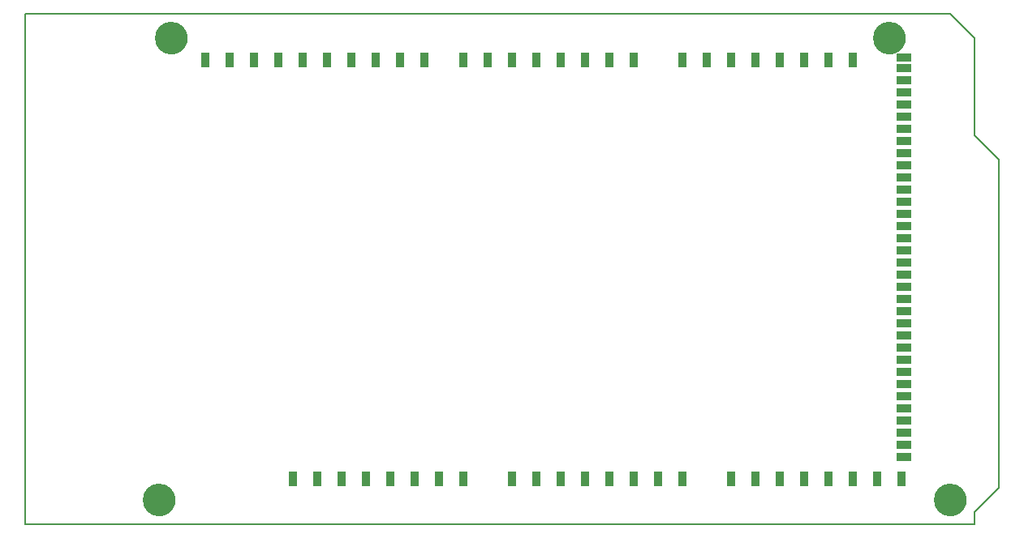
<source format=gbs>
G75*
%MOIN*%
%OFA0B0*%
%FSLAX25Y25*%
%IPPOS*%
%LPD*%
%AMOC8*
5,1,8,0,0,1.08239X$1,22.5*
%
%ADD10C,0.00800*%
%ADD11R,0.03600X0.06400*%
%ADD12R,0.06400X0.03600*%
%ADD13C,0.00000*%
%ADD14C,0.13398*%
D10*
X0005000Y0005000D02*
X0005000Y0215000D01*
X0385000Y0215000D01*
X0395000Y0205000D01*
X0395000Y0165000D01*
X0405000Y0155000D01*
X0405000Y0020000D01*
X0395000Y0010000D01*
X0395000Y0005000D01*
X0005000Y0005000D01*
D11*
X0115000Y0023555D03*
X0125000Y0023555D03*
X0135000Y0023555D03*
X0145000Y0023555D03*
X0155000Y0023555D03*
X0165000Y0023555D03*
X0175000Y0023555D03*
X0185000Y0023555D03*
X0205000Y0023555D03*
X0215000Y0023555D03*
X0225000Y0023555D03*
X0235000Y0023555D03*
X0245000Y0023555D03*
X0255000Y0023555D03*
X0265000Y0023555D03*
X0275000Y0023555D03*
X0295000Y0023555D03*
X0305000Y0023555D03*
X0315000Y0023555D03*
X0325000Y0023555D03*
X0335000Y0023555D03*
X0345000Y0023555D03*
X0355000Y0023555D03*
X0365000Y0023555D03*
X0345000Y0195945D03*
X0335000Y0195945D03*
X0325000Y0195945D03*
X0315000Y0195945D03*
X0305000Y0195945D03*
X0295000Y0195945D03*
X0285000Y0195945D03*
X0275000Y0195945D03*
X0255000Y0195945D03*
X0245000Y0195945D03*
X0235000Y0195945D03*
X0225000Y0195945D03*
X0215000Y0195945D03*
X0205000Y0195945D03*
X0195000Y0195945D03*
X0185000Y0195945D03*
X0169000Y0195945D03*
X0159000Y0195945D03*
X0149000Y0195945D03*
X0139000Y0195945D03*
X0129000Y0195945D03*
X0119000Y0195945D03*
X0109000Y0195945D03*
X0099000Y0195945D03*
X0089000Y0195945D03*
X0079000Y0195945D03*
D12*
X0365900Y0197000D03*
X0365900Y0192500D03*
X0365900Y0187500D03*
X0365900Y0182500D03*
X0365900Y0177500D03*
X0365900Y0172500D03*
X0365900Y0167500D03*
X0365900Y0162500D03*
X0365900Y0157500D03*
X0365900Y0152500D03*
X0365900Y0147500D03*
X0365900Y0142500D03*
X0365900Y0137500D03*
X0365900Y0132500D03*
X0365900Y0127500D03*
X0365900Y0122500D03*
X0365900Y0117500D03*
X0365900Y0112500D03*
X0365900Y0107500D03*
X0365900Y0102500D03*
X0365900Y0097500D03*
X0365900Y0092500D03*
X0365900Y0087500D03*
X0365900Y0082500D03*
X0365900Y0077500D03*
X0365900Y0072500D03*
X0365900Y0067500D03*
X0365900Y0062500D03*
X0365900Y0057500D03*
X0365900Y0052500D03*
X0365900Y0047500D03*
X0365900Y0042500D03*
X0365900Y0037500D03*
X0365900Y0032500D03*
D13*
X0378701Y0015000D02*
X0378703Y0015158D01*
X0378709Y0015316D01*
X0378719Y0015474D01*
X0378733Y0015632D01*
X0378751Y0015789D01*
X0378772Y0015946D01*
X0378798Y0016102D01*
X0378828Y0016258D01*
X0378861Y0016413D01*
X0378899Y0016566D01*
X0378940Y0016719D01*
X0378985Y0016871D01*
X0379034Y0017022D01*
X0379087Y0017171D01*
X0379143Y0017319D01*
X0379203Y0017465D01*
X0379267Y0017610D01*
X0379335Y0017753D01*
X0379406Y0017895D01*
X0379480Y0018035D01*
X0379558Y0018172D01*
X0379640Y0018308D01*
X0379724Y0018442D01*
X0379813Y0018573D01*
X0379904Y0018702D01*
X0379999Y0018829D01*
X0380096Y0018954D01*
X0380197Y0019076D01*
X0380301Y0019195D01*
X0380408Y0019312D01*
X0380518Y0019426D01*
X0380631Y0019537D01*
X0380746Y0019646D01*
X0380864Y0019751D01*
X0380985Y0019853D01*
X0381108Y0019953D01*
X0381234Y0020049D01*
X0381362Y0020142D01*
X0381492Y0020232D01*
X0381625Y0020318D01*
X0381760Y0020402D01*
X0381896Y0020481D01*
X0382035Y0020558D01*
X0382176Y0020630D01*
X0382318Y0020700D01*
X0382462Y0020765D01*
X0382608Y0020827D01*
X0382755Y0020885D01*
X0382904Y0020940D01*
X0383054Y0020991D01*
X0383205Y0021038D01*
X0383357Y0021081D01*
X0383510Y0021120D01*
X0383665Y0021156D01*
X0383820Y0021187D01*
X0383976Y0021215D01*
X0384132Y0021239D01*
X0384289Y0021259D01*
X0384447Y0021275D01*
X0384604Y0021287D01*
X0384763Y0021295D01*
X0384921Y0021299D01*
X0385079Y0021299D01*
X0385237Y0021295D01*
X0385396Y0021287D01*
X0385553Y0021275D01*
X0385711Y0021259D01*
X0385868Y0021239D01*
X0386024Y0021215D01*
X0386180Y0021187D01*
X0386335Y0021156D01*
X0386490Y0021120D01*
X0386643Y0021081D01*
X0386795Y0021038D01*
X0386946Y0020991D01*
X0387096Y0020940D01*
X0387245Y0020885D01*
X0387392Y0020827D01*
X0387538Y0020765D01*
X0387682Y0020700D01*
X0387824Y0020630D01*
X0387965Y0020558D01*
X0388104Y0020481D01*
X0388240Y0020402D01*
X0388375Y0020318D01*
X0388508Y0020232D01*
X0388638Y0020142D01*
X0388766Y0020049D01*
X0388892Y0019953D01*
X0389015Y0019853D01*
X0389136Y0019751D01*
X0389254Y0019646D01*
X0389369Y0019537D01*
X0389482Y0019426D01*
X0389592Y0019312D01*
X0389699Y0019195D01*
X0389803Y0019076D01*
X0389904Y0018954D01*
X0390001Y0018829D01*
X0390096Y0018702D01*
X0390187Y0018573D01*
X0390276Y0018442D01*
X0390360Y0018308D01*
X0390442Y0018172D01*
X0390520Y0018035D01*
X0390594Y0017895D01*
X0390665Y0017753D01*
X0390733Y0017610D01*
X0390797Y0017465D01*
X0390857Y0017319D01*
X0390913Y0017171D01*
X0390966Y0017022D01*
X0391015Y0016871D01*
X0391060Y0016719D01*
X0391101Y0016566D01*
X0391139Y0016413D01*
X0391172Y0016258D01*
X0391202Y0016102D01*
X0391228Y0015946D01*
X0391249Y0015789D01*
X0391267Y0015632D01*
X0391281Y0015474D01*
X0391291Y0015316D01*
X0391297Y0015158D01*
X0391299Y0015000D01*
X0391297Y0014842D01*
X0391291Y0014684D01*
X0391281Y0014526D01*
X0391267Y0014368D01*
X0391249Y0014211D01*
X0391228Y0014054D01*
X0391202Y0013898D01*
X0391172Y0013742D01*
X0391139Y0013587D01*
X0391101Y0013434D01*
X0391060Y0013281D01*
X0391015Y0013129D01*
X0390966Y0012978D01*
X0390913Y0012829D01*
X0390857Y0012681D01*
X0390797Y0012535D01*
X0390733Y0012390D01*
X0390665Y0012247D01*
X0390594Y0012105D01*
X0390520Y0011965D01*
X0390442Y0011828D01*
X0390360Y0011692D01*
X0390276Y0011558D01*
X0390187Y0011427D01*
X0390096Y0011298D01*
X0390001Y0011171D01*
X0389904Y0011046D01*
X0389803Y0010924D01*
X0389699Y0010805D01*
X0389592Y0010688D01*
X0389482Y0010574D01*
X0389369Y0010463D01*
X0389254Y0010354D01*
X0389136Y0010249D01*
X0389015Y0010147D01*
X0388892Y0010047D01*
X0388766Y0009951D01*
X0388638Y0009858D01*
X0388508Y0009768D01*
X0388375Y0009682D01*
X0388240Y0009598D01*
X0388104Y0009519D01*
X0387965Y0009442D01*
X0387824Y0009370D01*
X0387682Y0009300D01*
X0387538Y0009235D01*
X0387392Y0009173D01*
X0387245Y0009115D01*
X0387096Y0009060D01*
X0386946Y0009009D01*
X0386795Y0008962D01*
X0386643Y0008919D01*
X0386490Y0008880D01*
X0386335Y0008844D01*
X0386180Y0008813D01*
X0386024Y0008785D01*
X0385868Y0008761D01*
X0385711Y0008741D01*
X0385553Y0008725D01*
X0385396Y0008713D01*
X0385237Y0008705D01*
X0385079Y0008701D01*
X0384921Y0008701D01*
X0384763Y0008705D01*
X0384604Y0008713D01*
X0384447Y0008725D01*
X0384289Y0008741D01*
X0384132Y0008761D01*
X0383976Y0008785D01*
X0383820Y0008813D01*
X0383665Y0008844D01*
X0383510Y0008880D01*
X0383357Y0008919D01*
X0383205Y0008962D01*
X0383054Y0009009D01*
X0382904Y0009060D01*
X0382755Y0009115D01*
X0382608Y0009173D01*
X0382462Y0009235D01*
X0382318Y0009300D01*
X0382176Y0009370D01*
X0382035Y0009442D01*
X0381896Y0009519D01*
X0381760Y0009598D01*
X0381625Y0009682D01*
X0381492Y0009768D01*
X0381362Y0009858D01*
X0381234Y0009951D01*
X0381108Y0010047D01*
X0380985Y0010147D01*
X0380864Y0010249D01*
X0380746Y0010354D01*
X0380631Y0010463D01*
X0380518Y0010574D01*
X0380408Y0010688D01*
X0380301Y0010805D01*
X0380197Y0010924D01*
X0380096Y0011046D01*
X0379999Y0011171D01*
X0379904Y0011298D01*
X0379813Y0011427D01*
X0379724Y0011558D01*
X0379640Y0011692D01*
X0379558Y0011828D01*
X0379480Y0011965D01*
X0379406Y0012105D01*
X0379335Y0012247D01*
X0379267Y0012390D01*
X0379203Y0012535D01*
X0379143Y0012681D01*
X0379087Y0012829D01*
X0379034Y0012978D01*
X0378985Y0013129D01*
X0378940Y0013281D01*
X0378899Y0013434D01*
X0378861Y0013587D01*
X0378828Y0013742D01*
X0378798Y0013898D01*
X0378772Y0014054D01*
X0378751Y0014211D01*
X0378733Y0014368D01*
X0378719Y0014526D01*
X0378709Y0014684D01*
X0378703Y0014842D01*
X0378701Y0015000D01*
X0053701Y0015000D02*
X0053703Y0015158D01*
X0053709Y0015316D01*
X0053719Y0015474D01*
X0053733Y0015632D01*
X0053751Y0015789D01*
X0053772Y0015946D01*
X0053798Y0016102D01*
X0053828Y0016258D01*
X0053861Y0016413D01*
X0053899Y0016566D01*
X0053940Y0016719D01*
X0053985Y0016871D01*
X0054034Y0017022D01*
X0054087Y0017171D01*
X0054143Y0017319D01*
X0054203Y0017465D01*
X0054267Y0017610D01*
X0054335Y0017753D01*
X0054406Y0017895D01*
X0054480Y0018035D01*
X0054558Y0018172D01*
X0054640Y0018308D01*
X0054724Y0018442D01*
X0054813Y0018573D01*
X0054904Y0018702D01*
X0054999Y0018829D01*
X0055096Y0018954D01*
X0055197Y0019076D01*
X0055301Y0019195D01*
X0055408Y0019312D01*
X0055518Y0019426D01*
X0055631Y0019537D01*
X0055746Y0019646D01*
X0055864Y0019751D01*
X0055985Y0019853D01*
X0056108Y0019953D01*
X0056234Y0020049D01*
X0056362Y0020142D01*
X0056492Y0020232D01*
X0056625Y0020318D01*
X0056760Y0020402D01*
X0056896Y0020481D01*
X0057035Y0020558D01*
X0057176Y0020630D01*
X0057318Y0020700D01*
X0057462Y0020765D01*
X0057608Y0020827D01*
X0057755Y0020885D01*
X0057904Y0020940D01*
X0058054Y0020991D01*
X0058205Y0021038D01*
X0058357Y0021081D01*
X0058510Y0021120D01*
X0058665Y0021156D01*
X0058820Y0021187D01*
X0058976Y0021215D01*
X0059132Y0021239D01*
X0059289Y0021259D01*
X0059447Y0021275D01*
X0059604Y0021287D01*
X0059763Y0021295D01*
X0059921Y0021299D01*
X0060079Y0021299D01*
X0060237Y0021295D01*
X0060396Y0021287D01*
X0060553Y0021275D01*
X0060711Y0021259D01*
X0060868Y0021239D01*
X0061024Y0021215D01*
X0061180Y0021187D01*
X0061335Y0021156D01*
X0061490Y0021120D01*
X0061643Y0021081D01*
X0061795Y0021038D01*
X0061946Y0020991D01*
X0062096Y0020940D01*
X0062245Y0020885D01*
X0062392Y0020827D01*
X0062538Y0020765D01*
X0062682Y0020700D01*
X0062824Y0020630D01*
X0062965Y0020558D01*
X0063104Y0020481D01*
X0063240Y0020402D01*
X0063375Y0020318D01*
X0063508Y0020232D01*
X0063638Y0020142D01*
X0063766Y0020049D01*
X0063892Y0019953D01*
X0064015Y0019853D01*
X0064136Y0019751D01*
X0064254Y0019646D01*
X0064369Y0019537D01*
X0064482Y0019426D01*
X0064592Y0019312D01*
X0064699Y0019195D01*
X0064803Y0019076D01*
X0064904Y0018954D01*
X0065001Y0018829D01*
X0065096Y0018702D01*
X0065187Y0018573D01*
X0065276Y0018442D01*
X0065360Y0018308D01*
X0065442Y0018172D01*
X0065520Y0018035D01*
X0065594Y0017895D01*
X0065665Y0017753D01*
X0065733Y0017610D01*
X0065797Y0017465D01*
X0065857Y0017319D01*
X0065913Y0017171D01*
X0065966Y0017022D01*
X0066015Y0016871D01*
X0066060Y0016719D01*
X0066101Y0016566D01*
X0066139Y0016413D01*
X0066172Y0016258D01*
X0066202Y0016102D01*
X0066228Y0015946D01*
X0066249Y0015789D01*
X0066267Y0015632D01*
X0066281Y0015474D01*
X0066291Y0015316D01*
X0066297Y0015158D01*
X0066299Y0015000D01*
X0066297Y0014842D01*
X0066291Y0014684D01*
X0066281Y0014526D01*
X0066267Y0014368D01*
X0066249Y0014211D01*
X0066228Y0014054D01*
X0066202Y0013898D01*
X0066172Y0013742D01*
X0066139Y0013587D01*
X0066101Y0013434D01*
X0066060Y0013281D01*
X0066015Y0013129D01*
X0065966Y0012978D01*
X0065913Y0012829D01*
X0065857Y0012681D01*
X0065797Y0012535D01*
X0065733Y0012390D01*
X0065665Y0012247D01*
X0065594Y0012105D01*
X0065520Y0011965D01*
X0065442Y0011828D01*
X0065360Y0011692D01*
X0065276Y0011558D01*
X0065187Y0011427D01*
X0065096Y0011298D01*
X0065001Y0011171D01*
X0064904Y0011046D01*
X0064803Y0010924D01*
X0064699Y0010805D01*
X0064592Y0010688D01*
X0064482Y0010574D01*
X0064369Y0010463D01*
X0064254Y0010354D01*
X0064136Y0010249D01*
X0064015Y0010147D01*
X0063892Y0010047D01*
X0063766Y0009951D01*
X0063638Y0009858D01*
X0063508Y0009768D01*
X0063375Y0009682D01*
X0063240Y0009598D01*
X0063104Y0009519D01*
X0062965Y0009442D01*
X0062824Y0009370D01*
X0062682Y0009300D01*
X0062538Y0009235D01*
X0062392Y0009173D01*
X0062245Y0009115D01*
X0062096Y0009060D01*
X0061946Y0009009D01*
X0061795Y0008962D01*
X0061643Y0008919D01*
X0061490Y0008880D01*
X0061335Y0008844D01*
X0061180Y0008813D01*
X0061024Y0008785D01*
X0060868Y0008761D01*
X0060711Y0008741D01*
X0060553Y0008725D01*
X0060396Y0008713D01*
X0060237Y0008705D01*
X0060079Y0008701D01*
X0059921Y0008701D01*
X0059763Y0008705D01*
X0059604Y0008713D01*
X0059447Y0008725D01*
X0059289Y0008741D01*
X0059132Y0008761D01*
X0058976Y0008785D01*
X0058820Y0008813D01*
X0058665Y0008844D01*
X0058510Y0008880D01*
X0058357Y0008919D01*
X0058205Y0008962D01*
X0058054Y0009009D01*
X0057904Y0009060D01*
X0057755Y0009115D01*
X0057608Y0009173D01*
X0057462Y0009235D01*
X0057318Y0009300D01*
X0057176Y0009370D01*
X0057035Y0009442D01*
X0056896Y0009519D01*
X0056760Y0009598D01*
X0056625Y0009682D01*
X0056492Y0009768D01*
X0056362Y0009858D01*
X0056234Y0009951D01*
X0056108Y0010047D01*
X0055985Y0010147D01*
X0055864Y0010249D01*
X0055746Y0010354D01*
X0055631Y0010463D01*
X0055518Y0010574D01*
X0055408Y0010688D01*
X0055301Y0010805D01*
X0055197Y0010924D01*
X0055096Y0011046D01*
X0054999Y0011171D01*
X0054904Y0011298D01*
X0054813Y0011427D01*
X0054724Y0011558D01*
X0054640Y0011692D01*
X0054558Y0011828D01*
X0054480Y0011965D01*
X0054406Y0012105D01*
X0054335Y0012247D01*
X0054267Y0012390D01*
X0054203Y0012535D01*
X0054143Y0012681D01*
X0054087Y0012829D01*
X0054034Y0012978D01*
X0053985Y0013129D01*
X0053940Y0013281D01*
X0053899Y0013434D01*
X0053861Y0013587D01*
X0053828Y0013742D01*
X0053798Y0013898D01*
X0053772Y0014054D01*
X0053751Y0014211D01*
X0053733Y0014368D01*
X0053719Y0014526D01*
X0053709Y0014684D01*
X0053703Y0014842D01*
X0053701Y0015000D01*
X0058701Y0205000D02*
X0058703Y0205158D01*
X0058709Y0205316D01*
X0058719Y0205474D01*
X0058733Y0205632D01*
X0058751Y0205789D01*
X0058772Y0205946D01*
X0058798Y0206102D01*
X0058828Y0206258D01*
X0058861Y0206413D01*
X0058899Y0206566D01*
X0058940Y0206719D01*
X0058985Y0206871D01*
X0059034Y0207022D01*
X0059087Y0207171D01*
X0059143Y0207319D01*
X0059203Y0207465D01*
X0059267Y0207610D01*
X0059335Y0207753D01*
X0059406Y0207895D01*
X0059480Y0208035D01*
X0059558Y0208172D01*
X0059640Y0208308D01*
X0059724Y0208442D01*
X0059813Y0208573D01*
X0059904Y0208702D01*
X0059999Y0208829D01*
X0060096Y0208954D01*
X0060197Y0209076D01*
X0060301Y0209195D01*
X0060408Y0209312D01*
X0060518Y0209426D01*
X0060631Y0209537D01*
X0060746Y0209646D01*
X0060864Y0209751D01*
X0060985Y0209853D01*
X0061108Y0209953D01*
X0061234Y0210049D01*
X0061362Y0210142D01*
X0061492Y0210232D01*
X0061625Y0210318D01*
X0061760Y0210402D01*
X0061896Y0210481D01*
X0062035Y0210558D01*
X0062176Y0210630D01*
X0062318Y0210700D01*
X0062462Y0210765D01*
X0062608Y0210827D01*
X0062755Y0210885D01*
X0062904Y0210940D01*
X0063054Y0210991D01*
X0063205Y0211038D01*
X0063357Y0211081D01*
X0063510Y0211120D01*
X0063665Y0211156D01*
X0063820Y0211187D01*
X0063976Y0211215D01*
X0064132Y0211239D01*
X0064289Y0211259D01*
X0064447Y0211275D01*
X0064604Y0211287D01*
X0064763Y0211295D01*
X0064921Y0211299D01*
X0065079Y0211299D01*
X0065237Y0211295D01*
X0065396Y0211287D01*
X0065553Y0211275D01*
X0065711Y0211259D01*
X0065868Y0211239D01*
X0066024Y0211215D01*
X0066180Y0211187D01*
X0066335Y0211156D01*
X0066490Y0211120D01*
X0066643Y0211081D01*
X0066795Y0211038D01*
X0066946Y0210991D01*
X0067096Y0210940D01*
X0067245Y0210885D01*
X0067392Y0210827D01*
X0067538Y0210765D01*
X0067682Y0210700D01*
X0067824Y0210630D01*
X0067965Y0210558D01*
X0068104Y0210481D01*
X0068240Y0210402D01*
X0068375Y0210318D01*
X0068508Y0210232D01*
X0068638Y0210142D01*
X0068766Y0210049D01*
X0068892Y0209953D01*
X0069015Y0209853D01*
X0069136Y0209751D01*
X0069254Y0209646D01*
X0069369Y0209537D01*
X0069482Y0209426D01*
X0069592Y0209312D01*
X0069699Y0209195D01*
X0069803Y0209076D01*
X0069904Y0208954D01*
X0070001Y0208829D01*
X0070096Y0208702D01*
X0070187Y0208573D01*
X0070276Y0208442D01*
X0070360Y0208308D01*
X0070442Y0208172D01*
X0070520Y0208035D01*
X0070594Y0207895D01*
X0070665Y0207753D01*
X0070733Y0207610D01*
X0070797Y0207465D01*
X0070857Y0207319D01*
X0070913Y0207171D01*
X0070966Y0207022D01*
X0071015Y0206871D01*
X0071060Y0206719D01*
X0071101Y0206566D01*
X0071139Y0206413D01*
X0071172Y0206258D01*
X0071202Y0206102D01*
X0071228Y0205946D01*
X0071249Y0205789D01*
X0071267Y0205632D01*
X0071281Y0205474D01*
X0071291Y0205316D01*
X0071297Y0205158D01*
X0071299Y0205000D01*
X0071297Y0204842D01*
X0071291Y0204684D01*
X0071281Y0204526D01*
X0071267Y0204368D01*
X0071249Y0204211D01*
X0071228Y0204054D01*
X0071202Y0203898D01*
X0071172Y0203742D01*
X0071139Y0203587D01*
X0071101Y0203434D01*
X0071060Y0203281D01*
X0071015Y0203129D01*
X0070966Y0202978D01*
X0070913Y0202829D01*
X0070857Y0202681D01*
X0070797Y0202535D01*
X0070733Y0202390D01*
X0070665Y0202247D01*
X0070594Y0202105D01*
X0070520Y0201965D01*
X0070442Y0201828D01*
X0070360Y0201692D01*
X0070276Y0201558D01*
X0070187Y0201427D01*
X0070096Y0201298D01*
X0070001Y0201171D01*
X0069904Y0201046D01*
X0069803Y0200924D01*
X0069699Y0200805D01*
X0069592Y0200688D01*
X0069482Y0200574D01*
X0069369Y0200463D01*
X0069254Y0200354D01*
X0069136Y0200249D01*
X0069015Y0200147D01*
X0068892Y0200047D01*
X0068766Y0199951D01*
X0068638Y0199858D01*
X0068508Y0199768D01*
X0068375Y0199682D01*
X0068240Y0199598D01*
X0068104Y0199519D01*
X0067965Y0199442D01*
X0067824Y0199370D01*
X0067682Y0199300D01*
X0067538Y0199235D01*
X0067392Y0199173D01*
X0067245Y0199115D01*
X0067096Y0199060D01*
X0066946Y0199009D01*
X0066795Y0198962D01*
X0066643Y0198919D01*
X0066490Y0198880D01*
X0066335Y0198844D01*
X0066180Y0198813D01*
X0066024Y0198785D01*
X0065868Y0198761D01*
X0065711Y0198741D01*
X0065553Y0198725D01*
X0065396Y0198713D01*
X0065237Y0198705D01*
X0065079Y0198701D01*
X0064921Y0198701D01*
X0064763Y0198705D01*
X0064604Y0198713D01*
X0064447Y0198725D01*
X0064289Y0198741D01*
X0064132Y0198761D01*
X0063976Y0198785D01*
X0063820Y0198813D01*
X0063665Y0198844D01*
X0063510Y0198880D01*
X0063357Y0198919D01*
X0063205Y0198962D01*
X0063054Y0199009D01*
X0062904Y0199060D01*
X0062755Y0199115D01*
X0062608Y0199173D01*
X0062462Y0199235D01*
X0062318Y0199300D01*
X0062176Y0199370D01*
X0062035Y0199442D01*
X0061896Y0199519D01*
X0061760Y0199598D01*
X0061625Y0199682D01*
X0061492Y0199768D01*
X0061362Y0199858D01*
X0061234Y0199951D01*
X0061108Y0200047D01*
X0060985Y0200147D01*
X0060864Y0200249D01*
X0060746Y0200354D01*
X0060631Y0200463D01*
X0060518Y0200574D01*
X0060408Y0200688D01*
X0060301Y0200805D01*
X0060197Y0200924D01*
X0060096Y0201046D01*
X0059999Y0201171D01*
X0059904Y0201298D01*
X0059813Y0201427D01*
X0059724Y0201558D01*
X0059640Y0201692D01*
X0059558Y0201828D01*
X0059480Y0201965D01*
X0059406Y0202105D01*
X0059335Y0202247D01*
X0059267Y0202390D01*
X0059203Y0202535D01*
X0059143Y0202681D01*
X0059087Y0202829D01*
X0059034Y0202978D01*
X0058985Y0203129D01*
X0058940Y0203281D01*
X0058899Y0203434D01*
X0058861Y0203587D01*
X0058828Y0203742D01*
X0058798Y0203898D01*
X0058772Y0204054D01*
X0058751Y0204211D01*
X0058733Y0204368D01*
X0058719Y0204526D01*
X0058709Y0204684D01*
X0058703Y0204842D01*
X0058701Y0205000D01*
X0353701Y0205000D02*
X0353703Y0205158D01*
X0353709Y0205316D01*
X0353719Y0205474D01*
X0353733Y0205632D01*
X0353751Y0205789D01*
X0353772Y0205946D01*
X0353798Y0206102D01*
X0353828Y0206258D01*
X0353861Y0206413D01*
X0353899Y0206566D01*
X0353940Y0206719D01*
X0353985Y0206871D01*
X0354034Y0207022D01*
X0354087Y0207171D01*
X0354143Y0207319D01*
X0354203Y0207465D01*
X0354267Y0207610D01*
X0354335Y0207753D01*
X0354406Y0207895D01*
X0354480Y0208035D01*
X0354558Y0208172D01*
X0354640Y0208308D01*
X0354724Y0208442D01*
X0354813Y0208573D01*
X0354904Y0208702D01*
X0354999Y0208829D01*
X0355096Y0208954D01*
X0355197Y0209076D01*
X0355301Y0209195D01*
X0355408Y0209312D01*
X0355518Y0209426D01*
X0355631Y0209537D01*
X0355746Y0209646D01*
X0355864Y0209751D01*
X0355985Y0209853D01*
X0356108Y0209953D01*
X0356234Y0210049D01*
X0356362Y0210142D01*
X0356492Y0210232D01*
X0356625Y0210318D01*
X0356760Y0210402D01*
X0356896Y0210481D01*
X0357035Y0210558D01*
X0357176Y0210630D01*
X0357318Y0210700D01*
X0357462Y0210765D01*
X0357608Y0210827D01*
X0357755Y0210885D01*
X0357904Y0210940D01*
X0358054Y0210991D01*
X0358205Y0211038D01*
X0358357Y0211081D01*
X0358510Y0211120D01*
X0358665Y0211156D01*
X0358820Y0211187D01*
X0358976Y0211215D01*
X0359132Y0211239D01*
X0359289Y0211259D01*
X0359447Y0211275D01*
X0359604Y0211287D01*
X0359763Y0211295D01*
X0359921Y0211299D01*
X0360079Y0211299D01*
X0360237Y0211295D01*
X0360396Y0211287D01*
X0360553Y0211275D01*
X0360711Y0211259D01*
X0360868Y0211239D01*
X0361024Y0211215D01*
X0361180Y0211187D01*
X0361335Y0211156D01*
X0361490Y0211120D01*
X0361643Y0211081D01*
X0361795Y0211038D01*
X0361946Y0210991D01*
X0362096Y0210940D01*
X0362245Y0210885D01*
X0362392Y0210827D01*
X0362538Y0210765D01*
X0362682Y0210700D01*
X0362824Y0210630D01*
X0362965Y0210558D01*
X0363104Y0210481D01*
X0363240Y0210402D01*
X0363375Y0210318D01*
X0363508Y0210232D01*
X0363638Y0210142D01*
X0363766Y0210049D01*
X0363892Y0209953D01*
X0364015Y0209853D01*
X0364136Y0209751D01*
X0364254Y0209646D01*
X0364369Y0209537D01*
X0364482Y0209426D01*
X0364592Y0209312D01*
X0364699Y0209195D01*
X0364803Y0209076D01*
X0364904Y0208954D01*
X0365001Y0208829D01*
X0365096Y0208702D01*
X0365187Y0208573D01*
X0365276Y0208442D01*
X0365360Y0208308D01*
X0365442Y0208172D01*
X0365520Y0208035D01*
X0365594Y0207895D01*
X0365665Y0207753D01*
X0365733Y0207610D01*
X0365797Y0207465D01*
X0365857Y0207319D01*
X0365913Y0207171D01*
X0365966Y0207022D01*
X0366015Y0206871D01*
X0366060Y0206719D01*
X0366101Y0206566D01*
X0366139Y0206413D01*
X0366172Y0206258D01*
X0366202Y0206102D01*
X0366228Y0205946D01*
X0366249Y0205789D01*
X0366267Y0205632D01*
X0366281Y0205474D01*
X0366291Y0205316D01*
X0366297Y0205158D01*
X0366299Y0205000D01*
X0366297Y0204842D01*
X0366291Y0204684D01*
X0366281Y0204526D01*
X0366267Y0204368D01*
X0366249Y0204211D01*
X0366228Y0204054D01*
X0366202Y0203898D01*
X0366172Y0203742D01*
X0366139Y0203587D01*
X0366101Y0203434D01*
X0366060Y0203281D01*
X0366015Y0203129D01*
X0365966Y0202978D01*
X0365913Y0202829D01*
X0365857Y0202681D01*
X0365797Y0202535D01*
X0365733Y0202390D01*
X0365665Y0202247D01*
X0365594Y0202105D01*
X0365520Y0201965D01*
X0365442Y0201828D01*
X0365360Y0201692D01*
X0365276Y0201558D01*
X0365187Y0201427D01*
X0365096Y0201298D01*
X0365001Y0201171D01*
X0364904Y0201046D01*
X0364803Y0200924D01*
X0364699Y0200805D01*
X0364592Y0200688D01*
X0364482Y0200574D01*
X0364369Y0200463D01*
X0364254Y0200354D01*
X0364136Y0200249D01*
X0364015Y0200147D01*
X0363892Y0200047D01*
X0363766Y0199951D01*
X0363638Y0199858D01*
X0363508Y0199768D01*
X0363375Y0199682D01*
X0363240Y0199598D01*
X0363104Y0199519D01*
X0362965Y0199442D01*
X0362824Y0199370D01*
X0362682Y0199300D01*
X0362538Y0199235D01*
X0362392Y0199173D01*
X0362245Y0199115D01*
X0362096Y0199060D01*
X0361946Y0199009D01*
X0361795Y0198962D01*
X0361643Y0198919D01*
X0361490Y0198880D01*
X0361335Y0198844D01*
X0361180Y0198813D01*
X0361024Y0198785D01*
X0360868Y0198761D01*
X0360711Y0198741D01*
X0360553Y0198725D01*
X0360396Y0198713D01*
X0360237Y0198705D01*
X0360079Y0198701D01*
X0359921Y0198701D01*
X0359763Y0198705D01*
X0359604Y0198713D01*
X0359447Y0198725D01*
X0359289Y0198741D01*
X0359132Y0198761D01*
X0358976Y0198785D01*
X0358820Y0198813D01*
X0358665Y0198844D01*
X0358510Y0198880D01*
X0358357Y0198919D01*
X0358205Y0198962D01*
X0358054Y0199009D01*
X0357904Y0199060D01*
X0357755Y0199115D01*
X0357608Y0199173D01*
X0357462Y0199235D01*
X0357318Y0199300D01*
X0357176Y0199370D01*
X0357035Y0199442D01*
X0356896Y0199519D01*
X0356760Y0199598D01*
X0356625Y0199682D01*
X0356492Y0199768D01*
X0356362Y0199858D01*
X0356234Y0199951D01*
X0356108Y0200047D01*
X0355985Y0200147D01*
X0355864Y0200249D01*
X0355746Y0200354D01*
X0355631Y0200463D01*
X0355518Y0200574D01*
X0355408Y0200688D01*
X0355301Y0200805D01*
X0355197Y0200924D01*
X0355096Y0201046D01*
X0354999Y0201171D01*
X0354904Y0201298D01*
X0354813Y0201427D01*
X0354724Y0201558D01*
X0354640Y0201692D01*
X0354558Y0201828D01*
X0354480Y0201965D01*
X0354406Y0202105D01*
X0354335Y0202247D01*
X0354267Y0202390D01*
X0354203Y0202535D01*
X0354143Y0202681D01*
X0354087Y0202829D01*
X0354034Y0202978D01*
X0353985Y0203129D01*
X0353940Y0203281D01*
X0353899Y0203434D01*
X0353861Y0203587D01*
X0353828Y0203742D01*
X0353798Y0203898D01*
X0353772Y0204054D01*
X0353751Y0204211D01*
X0353733Y0204368D01*
X0353719Y0204526D01*
X0353709Y0204684D01*
X0353703Y0204842D01*
X0353701Y0205000D01*
D14*
X0360000Y0205000D03*
X0065000Y0205000D03*
X0060000Y0015000D03*
X0385000Y0015000D03*
M02*

</source>
